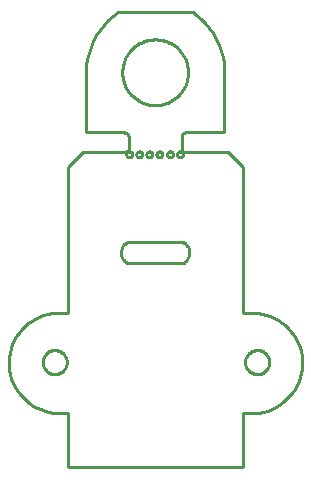
<source format=gbr>
G04 EAGLE Gerber RS-274X export*
G75*
%MOMM*%
%FSLAX34Y34*%
%LPD*%
%IN*%
%IPPOS*%
%AMOC8*
5,1,8,0,0,1.08239X$1,22.5*%
G01*
%ADD10C,0.254000*%


D10*
X7620Y58420D02*
X15240Y58420D01*
X15240Y12700D01*
X163195Y12700D01*
X163195Y58420D01*
X169545Y58420D01*
X173257Y58471D01*
X176951Y58846D01*
X180597Y59541D01*
X184170Y60551D01*
X187640Y61869D01*
X190983Y63484D01*
X194172Y65384D01*
X197183Y67555D01*
X199994Y69980D01*
X202583Y72641D01*
X204930Y75518D01*
X207017Y78588D01*
X208828Y81828D01*
X210351Y85214D01*
X211572Y88720D01*
X212484Y92319D01*
X213078Y95983D01*
X213350Y99686D01*
X213299Y103398D01*
X212925Y107091D01*
X212230Y110738D01*
X211219Y114310D01*
X209902Y117781D01*
X208287Y121124D01*
X206386Y124313D01*
X204215Y127324D01*
X201790Y130135D01*
X199129Y132723D01*
X196252Y135070D01*
X193182Y137157D01*
X189942Y138969D01*
X186556Y140491D01*
X183050Y141713D01*
X179452Y142624D01*
X175787Y143218D01*
X172085Y143491D01*
X170815Y143510D01*
X163195Y143510D01*
X163195Y266700D01*
X150495Y279400D01*
X114324Y279400D01*
X114056Y279412D01*
X113790Y279447D01*
X113529Y279505D01*
X113273Y279585D01*
X113026Y279688D01*
X112788Y279812D01*
X112562Y279956D01*
X112349Y280119D01*
X112152Y280300D01*
X111971Y280497D01*
X111808Y280710D01*
X111664Y280936D01*
X111540Y281174D01*
X111437Y281421D01*
X111357Y281677D01*
X111299Y281938D01*
X111264Y282204D01*
X111252Y282472D01*
X111252Y292095D01*
X111267Y292444D01*
X111313Y292791D01*
X111388Y293132D01*
X111494Y293465D01*
X111627Y293788D01*
X111789Y294098D01*
X111976Y294392D01*
X112189Y294669D01*
X112425Y294927D01*
X112683Y295163D01*
X112960Y295376D01*
X113254Y295563D01*
X113564Y295725D01*
X113887Y295858D01*
X114220Y295964D01*
X114562Y296039D01*
X114908Y296085D01*
X115257Y296100D01*
X147320Y296100D01*
X147320Y349440D01*
X146864Y354799D01*
X145943Y360097D01*
X144564Y365295D01*
X142737Y370354D01*
X140476Y375233D01*
X137798Y379897D01*
X134724Y384310D01*
X131277Y388438D01*
X127483Y392250D01*
X123372Y395717D01*
X120650Y397700D01*
X57150Y397700D01*
X52855Y394463D01*
X48859Y390864D01*
X45192Y386930D01*
X41882Y382691D01*
X38953Y378181D01*
X36429Y373432D01*
X34328Y368481D01*
X32667Y363366D01*
X31458Y358125D01*
X30711Y352800D01*
X30480Y349440D01*
X30480Y296100D01*
X61980Y296100D01*
X62389Y296082D01*
X62795Y296029D01*
X63195Y295940D01*
X63586Y295817D01*
X63964Y295660D01*
X64328Y295471D01*
X64673Y295251D01*
X64998Y295002D01*
X65300Y294725D01*
X65577Y294423D01*
X65826Y294098D01*
X66046Y293753D01*
X66235Y293389D01*
X66392Y293011D01*
X66515Y292620D01*
X66604Y292220D01*
X66657Y291814D01*
X66675Y291405D01*
X66675Y283093D01*
X66661Y282771D01*
X66619Y282451D01*
X66549Y282137D01*
X66452Y281830D01*
X66329Y281532D01*
X66180Y281246D01*
X66007Y280975D01*
X65811Y280719D01*
X65593Y280482D01*
X65356Y280264D01*
X65100Y280068D01*
X64829Y279895D01*
X64543Y279746D01*
X64245Y279623D01*
X63938Y279526D01*
X63624Y279456D01*
X63304Y279414D01*
X62982Y279400D01*
X27940Y279400D01*
X15240Y266700D01*
X15240Y143510D01*
X8890Y143510D01*
X5178Y143459D01*
X1485Y143084D01*
X-2162Y142389D01*
X-5735Y141379D01*
X-9205Y140061D01*
X-12548Y138446D01*
X-15737Y136546D01*
X-18748Y134375D01*
X-21559Y131950D01*
X-24148Y129289D01*
X-26495Y126412D01*
X-28582Y123342D01*
X-30394Y120102D01*
X-31916Y116716D01*
X-33137Y113210D01*
X-34049Y109611D01*
X-34643Y105947D01*
X-34915Y102244D01*
X-34864Y98532D01*
X-34490Y94839D01*
X-33795Y91192D01*
X-32785Y87620D01*
X-31467Y84149D01*
X-29852Y80806D01*
X-27951Y77617D01*
X-25780Y74606D01*
X-23355Y71795D01*
X-20694Y69207D01*
X-17817Y66860D01*
X-14747Y64773D01*
X-11507Y62961D01*
X-8121Y61438D01*
X-4616Y60217D01*
X-1017Y59306D01*
X2648Y58711D01*
X6350Y58439D01*
X7620Y58420D01*
X65405Y185420D02*
X112395Y185420D01*
X113153Y185841D01*
X113871Y186327D01*
X114544Y186873D01*
X115168Y187476D01*
X115736Y188131D01*
X116244Y188834D01*
X116690Y189577D01*
X117069Y190357D01*
X117379Y191167D01*
X117617Y192001D01*
X117782Y192852D01*
X117871Y193714D01*
X117886Y194581D01*
X117824Y195446D01*
X117688Y196303D01*
X117477Y197144D01*
X117194Y197963D01*
X116840Y198755D01*
X116419Y199513D01*
X115933Y200231D01*
X115387Y200904D01*
X114784Y201528D01*
X114129Y202096D01*
X113426Y202604D01*
X112683Y203050D01*
X112395Y203200D01*
X65405Y203200D01*
X64647Y202779D01*
X63929Y202293D01*
X63256Y201747D01*
X62633Y201144D01*
X62064Y200489D01*
X61556Y199786D01*
X61110Y199043D01*
X60731Y198263D01*
X60421Y197453D01*
X60183Y196619D01*
X60018Y195768D01*
X59929Y194906D01*
X59914Y194039D01*
X59976Y193174D01*
X60112Y192317D01*
X60323Y191476D01*
X60606Y190657D01*
X60960Y189865D01*
X61381Y189107D01*
X61867Y188389D01*
X62413Y187716D01*
X63016Y187093D01*
X63671Y186524D01*
X64374Y186016D01*
X65117Y185570D01*
X65405Y185420D01*
X116732Y346171D02*
X116732Y347629D01*
X116655Y349084D01*
X116503Y350534D01*
X116275Y351974D01*
X115972Y353399D01*
X115595Y354807D01*
X115144Y356194D01*
X114622Y357554D01*
X114029Y358886D01*
X113367Y360185D01*
X112638Y361447D01*
X111845Y362669D01*
X110988Y363849D01*
X110071Y364981D01*
X109095Y366065D01*
X108065Y367095D01*
X106981Y368071D01*
X105849Y368988D01*
X104669Y369845D01*
X103447Y370638D01*
X102185Y371367D01*
X100886Y372029D01*
X99554Y372622D01*
X98194Y373144D01*
X96807Y373595D01*
X95399Y373972D01*
X93974Y374275D01*
X92534Y374503D01*
X91084Y374655D01*
X89629Y374732D01*
X88171Y374732D01*
X86716Y374655D01*
X85266Y374503D01*
X83826Y374275D01*
X82401Y373972D01*
X80993Y373595D01*
X79606Y373144D01*
X78246Y372622D01*
X76914Y372029D01*
X75615Y371367D01*
X74353Y370638D01*
X73131Y369845D01*
X71951Y368988D01*
X70819Y368071D01*
X69735Y367095D01*
X68705Y366065D01*
X67729Y364981D01*
X66812Y363849D01*
X65955Y362669D01*
X65162Y361447D01*
X64433Y360185D01*
X63771Y358886D01*
X63178Y357554D01*
X62656Y356194D01*
X62205Y354807D01*
X61828Y353399D01*
X61525Y351974D01*
X61297Y350534D01*
X61145Y349084D01*
X61068Y347629D01*
X61068Y346171D01*
X61145Y344716D01*
X61297Y343266D01*
X61525Y341826D01*
X61828Y340401D01*
X62205Y338993D01*
X62656Y337606D01*
X63178Y336246D01*
X63771Y334914D01*
X64433Y333615D01*
X65162Y332353D01*
X65955Y331131D01*
X66812Y329951D01*
X67729Y328819D01*
X68705Y327735D01*
X69735Y326705D01*
X70819Y325729D01*
X71951Y324812D01*
X73131Y323955D01*
X74353Y323162D01*
X75615Y322433D01*
X76914Y321771D01*
X78246Y321178D01*
X79606Y320656D01*
X80993Y320205D01*
X82401Y319828D01*
X83826Y319525D01*
X85266Y319297D01*
X86716Y319145D01*
X88171Y319068D01*
X89629Y319068D01*
X91084Y319145D01*
X92534Y319297D01*
X93974Y319525D01*
X95399Y319828D01*
X96807Y320205D01*
X98194Y320656D01*
X99554Y321178D01*
X100886Y321771D01*
X102185Y322433D01*
X103447Y323162D01*
X104669Y323955D01*
X105849Y324812D01*
X106981Y325729D01*
X108065Y326705D01*
X109095Y327735D01*
X110071Y328819D01*
X110988Y329951D01*
X111845Y331131D01*
X112638Y332353D01*
X113367Y333615D01*
X114029Y334914D01*
X114622Y336246D01*
X115144Y337606D01*
X115595Y338993D01*
X115972Y340401D01*
X116275Y341826D01*
X116503Y343266D01*
X116655Y344716D01*
X116732Y346171D01*
X69500Y277203D02*
X69438Y276815D01*
X69317Y276440D01*
X69138Y276090D01*
X68907Y275771D01*
X68629Y275493D01*
X68310Y275262D01*
X67960Y275083D01*
X67585Y274962D01*
X67197Y274900D01*
X66803Y274900D01*
X66415Y274962D01*
X66040Y275083D01*
X65690Y275262D01*
X65371Y275493D01*
X65093Y275771D01*
X64862Y276090D01*
X64683Y276440D01*
X64562Y276815D01*
X64500Y277203D01*
X64500Y277597D01*
X64562Y277985D01*
X64683Y278360D01*
X64862Y278710D01*
X65093Y279029D01*
X65371Y279307D01*
X65690Y279538D01*
X66040Y279717D01*
X66415Y279838D01*
X66803Y279900D01*
X67197Y279900D01*
X67585Y279838D01*
X67960Y279717D01*
X68310Y279538D01*
X68629Y279307D01*
X68907Y279029D01*
X69138Y278710D01*
X69317Y278360D01*
X69438Y277985D01*
X69500Y277597D01*
X69500Y277203D01*
X13970Y101156D02*
X13893Y100273D01*
X13739Y99399D01*
X13509Y98542D01*
X13206Y97708D01*
X12831Y96904D01*
X12387Y96136D01*
X11878Y95409D01*
X11308Y94729D01*
X10681Y94102D01*
X10001Y93532D01*
X9274Y93023D01*
X8506Y92579D01*
X7702Y92204D01*
X6868Y91901D01*
X6011Y91671D01*
X5137Y91517D01*
X4254Y91440D01*
X3366Y91440D01*
X2483Y91517D01*
X1609Y91671D01*
X752Y91901D01*
X-82Y92204D01*
X-886Y92579D01*
X-1654Y93023D01*
X-2381Y93532D01*
X-3061Y94102D01*
X-3688Y94729D01*
X-4258Y95409D01*
X-4767Y96136D01*
X-5211Y96904D01*
X-5586Y97708D01*
X-5889Y98542D01*
X-6119Y99399D01*
X-6273Y100273D01*
X-6350Y101156D01*
X-6350Y102044D01*
X-6273Y102927D01*
X-6119Y103801D01*
X-5889Y104658D01*
X-5586Y105492D01*
X-5211Y106296D01*
X-4767Y107064D01*
X-4258Y107791D01*
X-3688Y108471D01*
X-3061Y109098D01*
X-2381Y109668D01*
X-1654Y110177D01*
X-886Y110621D01*
X-82Y110996D01*
X752Y111299D01*
X1609Y111529D01*
X2483Y111683D01*
X3366Y111760D01*
X4254Y111760D01*
X5137Y111683D01*
X6011Y111529D01*
X6868Y111299D01*
X7702Y110996D01*
X8506Y110621D01*
X9274Y110177D01*
X10001Y109668D01*
X10681Y109098D01*
X11308Y108471D01*
X11878Y107791D01*
X12387Y107064D01*
X12831Y106296D01*
X13206Y105492D01*
X13509Y104658D01*
X13739Y103801D01*
X13893Y102927D01*
X13970Y102044D01*
X13970Y101156D01*
X185420Y101156D02*
X185343Y100273D01*
X185189Y99399D01*
X184959Y98542D01*
X184656Y97708D01*
X184281Y96904D01*
X183837Y96136D01*
X183328Y95409D01*
X182758Y94729D01*
X182131Y94102D01*
X181451Y93532D01*
X180724Y93023D01*
X179956Y92579D01*
X179152Y92204D01*
X178318Y91901D01*
X177461Y91671D01*
X176587Y91517D01*
X175704Y91440D01*
X174816Y91440D01*
X173933Y91517D01*
X173059Y91671D01*
X172202Y91901D01*
X171368Y92204D01*
X170564Y92579D01*
X169796Y93023D01*
X169069Y93532D01*
X168389Y94102D01*
X167762Y94729D01*
X167192Y95409D01*
X166683Y96136D01*
X166239Y96904D01*
X165864Y97708D01*
X165561Y98542D01*
X165331Y99399D01*
X165177Y100273D01*
X165100Y101156D01*
X165100Y102044D01*
X165177Y102927D01*
X165331Y103801D01*
X165561Y104658D01*
X165864Y105492D01*
X166239Y106296D01*
X166683Y107064D01*
X167192Y107791D01*
X167762Y108471D01*
X168389Y109098D01*
X169069Y109668D01*
X169796Y110177D01*
X170564Y110621D01*
X171368Y110996D01*
X172202Y111299D01*
X173059Y111529D01*
X173933Y111683D01*
X174816Y111760D01*
X175704Y111760D01*
X176587Y111683D01*
X177461Y111529D01*
X178318Y111299D01*
X179152Y110996D01*
X179956Y110621D01*
X180724Y110177D01*
X181451Y109668D01*
X182131Y109098D01*
X182758Y108471D01*
X183328Y107791D01*
X183837Y107064D01*
X184281Y106296D01*
X184656Y105492D01*
X184959Y104658D01*
X185189Y103801D01*
X185343Y102927D01*
X185420Y102044D01*
X185420Y101156D01*
X78000Y277203D02*
X77938Y276815D01*
X77817Y276440D01*
X77638Y276090D01*
X77407Y275771D01*
X77129Y275493D01*
X76810Y275262D01*
X76460Y275083D01*
X76085Y274962D01*
X75697Y274900D01*
X75303Y274900D01*
X74915Y274962D01*
X74540Y275083D01*
X74190Y275262D01*
X73871Y275493D01*
X73593Y275771D01*
X73362Y276090D01*
X73183Y276440D01*
X73062Y276815D01*
X73000Y277203D01*
X73000Y277597D01*
X73062Y277985D01*
X73183Y278360D01*
X73362Y278710D01*
X73593Y279029D01*
X73871Y279307D01*
X74190Y279538D01*
X74540Y279717D01*
X74915Y279838D01*
X75303Y279900D01*
X75697Y279900D01*
X76085Y279838D01*
X76460Y279717D01*
X76810Y279538D01*
X77129Y279307D01*
X77407Y279029D01*
X77638Y278710D01*
X77817Y278360D01*
X77938Y277985D01*
X78000Y277597D01*
X78000Y277203D01*
X86500Y277203D02*
X86438Y276815D01*
X86317Y276440D01*
X86138Y276090D01*
X85907Y275771D01*
X85629Y275493D01*
X85310Y275262D01*
X84960Y275083D01*
X84585Y274962D01*
X84197Y274900D01*
X83803Y274900D01*
X83415Y274962D01*
X83040Y275083D01*
X82690Y275262D01*
X82371Y275493D01*
X82093Y275771D01*
X81862Y276090D01*
X81683Y276440D01*
X81562Y276815D01*
X81500Y277203D01*
X81500Y277597D01*
X81562Y277985D01*
X81683Y278360D01*
X81862Y278710D01*
X82093Y279029D01*
X82371Y279307D01*
X82690Y279538D01*
X83040Y279717D01*
X83415Y279838D01*
X83803Y279900D01*
X84197Y279900D01*
X84585Y279838D01*
X84960Y279717D01*
X85310Y279538D01*
X85629Y279307D01*
X85907Y279029D01*
X86138Y278710D01*
X86317Y278360D01*
X86438Y277985D01*
X86500Y277597D01*
X86500Y277203D01*
X95000Y277203D02*
X94938Y276815D01*
X94817Y276440D01*
X94638Y276090D01*
X94407Y275771D01*
X94129Y275493D01*
X93810Y275262D01*
X93460Y275083D01*
X93085Y274962D01*
X92697Y274900D01*
X92303Y274900D01*
X91915Y274962D01*
X91540Y275083D01*
X91190Y275262D01*
X90871Y275493D01*
X90593Y275771D01*
X90362Y276090D01*
X90183Y276440D01*
X90062Y276815D01*
X90000Y277203D01*
X90000Y277597D01*
X90062Y277985D01*
X90183Y278360D01*
X90362Y278710D01*
X90593Y279029D01*
X90871Y279307D01*
X91190Y279538D01*
X91540Y279717D01*
X91915Y279838D01*
X92303Y279900D01*
X92697Y279900D01*
X93085Y279838D01*
X93460Y279717D01*
X93810Y279538D01*
X94129Y279307D01*
X94407Y279029D01*
X94638Y278710D01*
X94817Y278360D01*
X94938Y277985D01*
X95000Y277597D01*
X95000Y277203D01*
X104000Y277203D02*
X103938Y276815D01*
X103817Y276440D01*
X103638Y276090D01*
X103407Y275771D01*
X103129Y275493D01*
X102810Y275262D01*
X102460Y275083D01*
X102085Y274962D01*
X101697Y274900D01*
X101303Y274900D01*
X100915Y274962D01*
X100540Y275083D01*
X100190Y275262D01*
X99871Y275493D01*
X99593Y275771D01*
X99362Y276090D01*
X99183Y276440D01*
X99062Y276815D01*
X99000Y277203D01*
X99000Y277597D01*
X99062Y277985D01*
X99183Y278360D01*
X99362Y278710D01*
X99593Y279029D01*
X99871Y279307D01*
X100190Y279538D01*
X100540Y279717D01*
X100915Y279838D01*
X101303Y279900D01*
X101697Y279900D01*
X102085Y279838D01*
X102460Y279717D01*
X102810Y279538D01*
X103129Y279307D01*
X103407Y279029D01*
X103638Y278710D01*
X103817Y278360D01*
X103938Y277985D01*
X104000Y277597D01*
X104000Y277203D01*
X112500Y277203D02*
X112438Y276815D01*
X112317Y276440D01*
X112138Y276090D01*
X111907Y275771D01*
X111629Y275493D01*
X111310Y275262D01*
X110960Y275083D01*
X110585Y274962D01*
X110197Y274900D01*
X109803Y274900D01*
X109415Y274962D01*
X109040Y275083D01*
X108690Y275262D01*
X108371Y275493D01*
X108093Y275771D01*
X107862Y276090D01*
X107683Y276440D01*
X107562Y276815D01*
X107500Y277203D01*
X107500Y277597D01*
X107562Y277985D01*
X107683Y278360D01*
X107862Y278710D01*
X108093Y279029D01*
X108371Y279307D01*
X108690Y279538D01*
X109040Y279717D01*
X109415Y279838D01*
X109803Y279900D01*
X110197Y279900D01*
X110585Y279838D01*
X110960Y279717D01*
X111310Y279538D01*
X111629Y279307D01*
X111907Y279029D01*
X112138Y278710D01*
X112317Y278360D01*
X112438Y277985D01*
X112500Y277597D01*
X112500Y277203D01*
M02*

</source>
